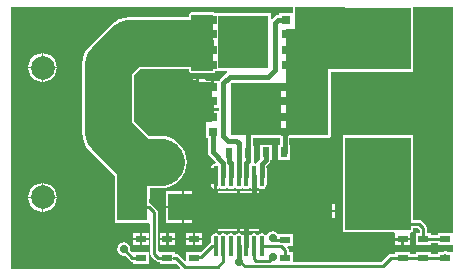
<source format=gtl>
G04*
G04 #@! TF.GenerationSoftware,Altium Limited,Altium Designer,20.0.12 (288)*
G04*
G04 Layer_Physical_Order=1*
G04 Layer_Color=255*
%FSLAX44Y44*%
%MOMM*%
G71*
G01*
G75*
%ADD13O,0.4200X1.7800*%
%ADD14R,3.1000X3.0000*%
%ADD15R,0.9000X0.6000*%
%ADD16R,0.6000X0.9000*%
%ADD17R,0.8000X0.7000*%
%ADD18R,4.3500X4.5000*%
%ADD19R,5.6000X4.0000*%
%ADD20R,2.5000X2.3000*%
%ADD21R,3.0000X0.8000*%
%ADD34C,0.2540*%
%ADD35C,0.3810*%
%ADD36C,0.3000*%
%ADD37C,4.0000*%
%ADD38C,2.5000*%
%ADD39C,3.0000*%
%ADD40R,4.2000X1.8250*%
%ADD41R,1.4000X1.4500*%
%ADD42R,1.1250X6.9750*%
%ADD43R,11.9750X3.0750*%
%ADD44R,8.7250X3.4250*%
%ADD45R,5.6000X5.3000*%
%ADD46R,3.6500X9.0750*%
%ADD47R,1.7950X3.4750*%
%ADD48R,1.8250X4.7250*%
%ADD49C,2.0000*%
%ADD50C,3.2000*%
%ADD51C,0.7000*%
G36*
X969961Y569250D02*
Y565370D01*
X969600Y564250D01*
X957600D01*
Y562981D01*
X957000D01*
X955476Y562678D01*
X954185Y561815D01*
X952120Y559751D01*
X950850Y560277D01*
Y564250D01*
X903987D01*
X903692Y564692D01*
X903030Y565134D01*
X902250Y565289D01*
X884000D01*
X883220Y565134D01*
X882558Y564692D01*
X882116Y564030D01*
X881961Y563250D01*
Y561106D01*
X831000D01*
X831000Y561106D01*
X826687Y560682D01*
X822540Y559424D01*
X818718Y557381D01*
X815368Y554632D01*
X797618Y536882D01*
X794869Y533532D01*
X792826Y529710D01*
X791568Y525563D01*
X791144Y521250D01*
Y508750D01*
Y493750D01*
Y478750D01*
Y463750D01*
X791568Y459437D01*
X792826Y455290D01*
X794869Y451468D01*
X797618Y448118D01*
X818118Y427618D01*
X819125Y426792D01*
Y408000D01*
X819250Y407050D01*
Y387000D01*
X848250D01*
X848916Y386006D01*
Y360750D01*
X849170Y359474D01*
X849893Y358392D01*
X853142Y355143D01*
X854224Y354420D01*
X855500Y354166D01*
X857000D01*
Y352450D01*
X870000D01*
X870000Y352450D01*
Y352450D01*
X871171Y352114D01*
X874466Y348819D01*
X873940Y347549D01*
X731049D01*
Y569951D01*
X969385D01*
X969961Y569250D01*
D02*
G37*
G36*
X1104951Y378050D02*
X1092250D01*
Y376834D01*
X1086750D01*
Y378050D01*
X1083584D01*
Y382250D01*
X1083330Y383526D01*
X1082607Y384608D01*
X1078857Y388358D01*
X1077776Y389080D01*
X1076500Y389334D01*
X1071789D01*
Y434000D01*
X1071750Y434197D01*
Y461250D01*
X1011750D01*
Y434197D01*
X1011711Y434000D01*
Y381000D01*
X1011866Y380220D01*
X1012308Y379558D01*
X1012970Y379116D01*
X1013750Y378961D01*
X1055133D01*
X1056000Y378050D01*
X1056000Y377691D01*
Y374050D01*
X1062500D01*
X1069000D01*
X1069000Y377971D01*
X1069389Y378485D01*
X1069829Y378977D01*
X1070530Y379116D01*
X1071192Y379558D01*
X1071634Y380220D01*
X1071789Y381000D01*
Y382666D01*
X1075119D01*
X1076916Y380869D01*
Y378050D01*
X1073750D01*
Y368050D01*
X1086750D01*
Y370166D01*
X1092250D01*
Y368050D01*
X1104951D01*
Y362450D01*
X1100520D01*
X1100026Y362780D01*
X1098750Y363034D01*
X1097474Y362780D01*
X1096980Y362450D01*
X1092250D01*
Y360834D01*
X1086750D01*
Y362450D01*
X1073750D01*
Y360834D01*
X1069000D01*
Y362450D01*
X1056000D01*
Y360834D01*
X1052750D01*
X1051474Y360580D01*
X1050393Y359857D01*
X1044369Y353834D01*
X969500D01*
Y362200D01*
X966084D01*
Y364000D01*
X965830Y365276D01*
X965107Y366357D01*
X964838Y366627D01*
X965324Y367800D01*
X969500D01*
Y377800D01*
X956743D01*
X956465Y378215D01*
X954646Y379431D01*
X952500Y379858D01*
X950354Y379431D01*
X948535Y378215D01*
X947680Y376936D01*
X946217Y376847D01*
X946211Y376849D01*
X946206Y376856D01*
X944850Y377762D01*
X943250Y378080D01*
X941650Y377762D01*
X940294Y376856D01*
X939706D01*
X938350Y377762D01*
X936750Y378080D01*
X935150Y377762D01*
X933794Y376856D01*
X933206D01*
X931850Y377762D01*
X931250Y377881D01*
Y367100D01*
X929250D01*
Y377881D01*
X928650Y377762D01*
X927294Y376856D01*
X926706D01*
X925350Y377762D01*
X923750Y378080D01*
X922150Y377762D01*
X920794Y376856D01*
X920206D01*
X918850Y377762D01*
X917250Y378080D01*
X915650Y377762D01*
X914294Y376856D01*
X913706D01*
X912350Y377762D01*
X910750Y378080D01*
X909150Y377762D01*
X907794Y376856D01*
X907206D01*
X905850Y377762D01*
X904250Y378080D01*
X902650Y377762D01*
X901294Y376856D01*
X900388Y375500D01*
X900070Y373900D01*
Y370177D01*
X898992Y369458D01*
X891985Y362450D01*
X879500D01*
Y355011D01*
X878230Y354485D01*
X873118Y359598D01*
X872036Y360320D01*
X870760Y360574D01*
X870000D01*
Y362450D01*
X857000D01*
Y362450D01*
X856854Y362397D01*
X855584Y363284D01*
Y395750D01*
X855330Y397026D01*
X854607Y398107D01*
X849857Y402858D01*
X848776Y403580D01*
X848250Y403685D01*
Y407049D01*
X848375Y408000D01*
Y416394D01*
X857750D01*
X862063Y416818D01*
X866210Y418076D01*
X870032Y420119D01*
X873382Y422868D01*
X876131Y426218D01*
X878174Y430040D01*
X879432Y434187D01*
X879856Y438500D01*
X879432Y442813D01*
X878174Y446960D01*
X876131Y450782D01*
X873382Y454132D01*
X870032Y456881D01*
X866210Y458924D01*
X862063Y460182D01*
X857750Y460606D01*
X847657D01*
X835356Y472907D01*
Y478750D01*
Y493750D01*
Y508750D01*
Y512093D01*
X840157Y516894D01*
X881961D01*
Y516000D01*
X882116Y515220D01*
X882500Y514645D01*
Y514050D01*
X883551D01*
X884000Y513961D01*
X902250D01*
X903030Y514116D01*
X903692Y514558D01*
X904134Y515220D01*
X904140Y515250D01*
X913670D01*
X914055Y513980D01*
X913435Y513565D01*
X907935Y508065D01*
X907557Y507500D01*
X902700D01*
Y502000D01*
X900700D01*
Y507500D01*
X896273Y507500D01*
X895500Y508450D01*
X894928Y508450D01*
X890000D01*
Y503450D01*
Y498450D01*
X895500Y498450D01*
X895620Y497737D01*
X895700Y496500D01*
Y495250D01*
X895700D01*
Y490750D01*
X901700D01*
Y489750D01*
X902700D01*
Y484250D01*
X906768D01*
Y481750D01*
X902700D01*
Y476250D01*
X901700D01*
Y475250D01*
X895700D01*
Y470750D01*
X895700D01*
Y469500D01*
X895700D01*
Y458500D01*
X897719D01*
Y447050D01*
X898022Y445526D01*
X898885Y444235D01*
X904411Y438709D01*
X904366Y438368D01*
X903911Y437413D01*
X902650Y437162D01*
X901294Y436256D01*
X900388Y434900D01*
X900070Y433300D01*
Y427500D01*
X904250D01*
Y426500D01*
X905250D01*
Y415719D01*
X905850Y415838D01*
X907206Y416744D01*
X907794D01*
X909150Y415838D01*
X910750Y415520D01*
X912350Y415838D01*
X913706Y416744D01*
X914294D01*
X915650Y415838D01*
X917250Y415520D01*
X918850Y415838D01*
X920206Y416744D01*
X920794D01*
X922150Y415838D01*
X923750Y415520D01*
X925350Y415838D01*
X926706Y416744D01*
X927294D01*
X928650Y415838D01*
X930250Y415520D01*
X931850Y415838D01*
X933206Y416744D01*
X933794D01*
X935150Y415838D01*
X935750Y415719D01*
Y426500D01*
X937750D01*
Y415719D01*
X938350Y415838D01*
X939706Y416744D01*
X940294D01*
X941650Y415838D01*
X943250Y415520D01*
X944850Y415838D01*
X946206Y416744D01*
X947112Y418100D01*
X947430Y419700D01*
Y433300D01*
X947232Y434300D01*
Y435101D01*
X949515Y437385D01*
X950378Y438676D01*
X950682Y440200D01*
Y440250D01*
X951700D01*
Y453250D01*
X941700D01*
Y440831D01*
X940435Y439565D01*
X939572Y438274D01*
X939501Y437920D01*
X938774Y437441D01*
X938067Y437218D01*
X936750Y437480D01*
X936374Y437980D01*
X936600Y439250D01*
X936600D01*
Y452250D01*
X935582D01*
Y458500D01*
X958643D01*
Y453250D01*
X957300D01*
Y440250D01*
X967300D01*
Y453250D01*
X966607D01*
Y458461D01*
X999500D01*
X1000280Y458616D01*
X1000942Y459058D01*
X1001384Y459720D01*
X1001539Y460500D01*
Y514961D01*
X1069750D01*
X1070530Y515116D01*
X1071192Y515558D01*
X1071634Y516220D01*
X1071789Y517000D01*
Y551250D01*
X1071750Y551447D01*
Y569951D01*
X1104951D01*
Y378050D01*
D02*
G37*
%LPC*%
G36*
X758500Y530505D02*
Y519250D01*
X769755D01*
X769441Y521633D01*
X768232Y524552D01*
X766309Y527058D01*
X763802Y528982D01*
X760883Y530191D01*
X758500Y530505D01*
D02*
G37*
G36*
X757000D02*
X754617Y530191D01*
X751698Y528982D01*
X749192Y527058D01*
X747268Y524552D01*
X746059Y521633D01*
X745745Y519250D01*
X757000D01*
Y530505D01*
D02*
G37*
G36*
Y517750D02*
X745745D01*
X746059Y515367D01*
X747268Y512448D01*
X749192Y509941D01*
X751698Y508018D01*
X754617Y506809D01*
X757000Y506495D01*
Y517750D01*
D02*
G37*
G36*
X769755D02*
X758500D01*
Y506495D01*
X760883Y506809D01*
X763802Y508018D01*
X766309Y509941D01*
X768232Y512448D01*
X769441Y515367D01*
X769755Y517750D01*
D02*
G37*
G36*
X758500Y420505D02*
Y409250D01*
X769755D01*
X769441Y411633D01*
X768232Y414552D01*
X766309Y417058D01*
X763802Y418982D01*
X760883Y420191D01*
X758500Y420505D01*
D02*
G37*
G36*
X757000D02*
X754617Y420191D01*
X751698Y418982D01*
X749192Y417058D01*
X747268Y414552D01*
X746059Y411633D01*
X745745Y409250D01*
X757000D01*
Y420505D01*
D02*
G37*
G36*
Y407750D02*
X745745D01*
X746059Y405367D01*
X747268Y402448D01*
X749192Y399941D01*
X751698Y398018D01*
X754617Y396809D01*
X757000Y396495D01*
Y407750D01*
D02*
G37*
G36*
X769755D02*
X758500D01*
Y396495D01*
X760883Y396809D01*
X763802Y398018D01*
X766309Y399941D01*
X768232Y402448D01*
X769441Y405367D01*
X769755Y407750D01*
D02*
G37*
G36*
X847500Y378050D02*
X842000D01*
Y374050D01*
X847500D01*
Y378050D01*
D02*
G37*
G36*
X840000D02*
X834500D01*
Y374050D01*
X840000D01*
Y378050D01*
D02*
G37*
G36*
X847500Y372050D02*
X842000D01*
Y368050D01*
X847500D01*
Y372050D01*
D02*
G37*
G36*
X840000D02*
X834500D01*
Y368050D01*
X840000D01*
Y372050D01*
D02*
G37*
G36*
X826500Y370358D02*
X824354Y369931D01*
X822535Y368715D01*
X821319Y366896D01*
X820892Y364750D01*
X821319Y362604D01*
X822535Y360785D01*
X824354Y359569D01*
X826500Y359142D01*
X827245Y359290D01*
X831393Y355143D01*
X832474Y354420D01*
X833750Y354166D01*
X834500D01*
Y352450D01*
X847500D01*
Y362450D01*
X834500D01*
Y362450D01*
X833803Y362161D01*
X831960Y364005D01*
X832108Y364750D01*
X831681Y366896D01*
X830465Y368715D01*
X828646Y369931D01*
X826500Y370358D01*
D02*
G37*
G36*
X888000Y508450D02*
X882500D01*
Y504450D01*
X888000D01*
Y508450D01*
D02*
G37*
G36*
Y502450D02*
X882500D01*
Y498450D01*
X888000D01*
Y502450D01*
D02*
G37*
G36*
X858500Y506513D02*
Y489250D01*
X875763D01*
X875490Y492029D01*
X874460Y495422D01*
X872789Y498549D01*
X870539Y501289D01*
X867799Y503539D01*
X864672Y505210D01*
X861279Y506240D01*
X858500Y506513D01*
D02*
G37*
G36*
X857000D02*
X854221Y506240D01*
X850828Y505210D01*
X847701Y503539D01*
X844960Y501289D01*
X842711Y498549D01*
X841040Y495422D01*
X840011Y492029D01*
X839737Y489250D01*
X857000D01*
Y506513D01*
D02*
G37*
G36*
X900700Y488750D02*
X895700D01*
Y484250D01*
X900700D01*
Y488750D01*
D02*
G37*
G36*
Y481750D02*
X895700D01*
Y477250D01*
X900700D01*
Y481750D01*
D02*
G37*
G36*
X857000Y487750D02*
X839737D01*
X840011Y484971D01*
X841040Y481578D01*
X842711Y478451D01*
X844960Y475710D01*
X847701Y473461D01*
X850828Y471790D01*
X854221Y470760D01*
X857000Y470487D01*
Y487750D01*
D02*
G37*
G36*
X875763D02*
X858500D01*
Y470487D01*
X861279Y470760D01*
X864672Y471790D01*
X867799Y473461D01*
X870539Y475710D01*
X872789Y478451D01*
X874460Y481578D01*
X875490Y484971D01*
X875763Y487750D01*
D02*
G37*
G36*
X903250Y425500D02*
X900070D01*
Y419700D01*
X900388Y418100D01*
X901294Y416744D01*
X902650Y415838D01*
X903250Y415719D01*
Y425500D01*
D02*
G37*
G36*
X891250Y414000D02*
X877750D01*
Y401500D01*
X891250D01*
Y414000D01*
D02*
G37*
G36*
X875750D02*
X862250D01*
Y401500D01*
X875750D01*
Y414000D01*
D02*
G37*
G36*
X1005250Y403000D02*
X989250D01*
Y398000D01*
X1005250D01*
Y403000D01*
D02*
G37*
G36*
X987250D02*
X971250D01*
Y398000D01*
X987250D01*
Y403000D01*
D02*
G37*
G36*
X941250Y413800D02*
X924750D01*
Y397800D01*
X941250D01*
Y413800D01*
D02*
G37*
G36*
X922750D02*
X906250D01*
Y397800D01*
X922750D01*
Y413800D01*
D02*
G37*
G36*
X1005250Y396000D02*
X989250D01*
Y391000D01*
X1005250D01*
Y396000D01*
D02*
G37*
G36*
X987250D02*
X971250D01*
Y391000D01*
X987250D01*
Y396000D01*
D02*
G37*
G36*
X891250Y399500D02*
X877750D01*
Y387000D01*
X891250D01*
Y399500D01*
D02*
G37*
G36*
X875750D02*
X862250D01*
Y387000D01*
X875750D01*
Y399500D01*
D02*
G37*
G36*
X941250Y395800D02*
X924750D01*
Y379800D01*
X941250D01*
Y395800D01*
D02*
G37*
G36*
X922750D02*
X906250D01*
Y379800D01*
X922750D01*
Y395800D01*
D02*
G37*
G36*
X892500Y378050D02*
X887000D01*
Y374050D01*
X892500D01*
Y378050D01*
D02*
G37*
G36*
X885000D02*
X879500D01*
Y374050D01*
X885000D01*
Y378050D01*
D02*
G37*
G36*
X870000D02*
X864500D01*
Y374050D01*
X870000D01*
Y378050D01*
D02*
G37*
G36*
X862500D02*
X857000D01*
Y374050D01*
X862500D01*
Y378050D01*
D02*
G37*
G36*
X1069000Y372050D02*
X1063500D01*
Y368050D01*
X1069000D01*
Y372050D01*
D02*
G37*
G36*
X1061500D02*
X1056000D01*
Y368050D01*
X1061500D01*
Y372050D01*
D02*
G37*
G36*
X892500Y372050D02*
X887000D01*
Y368050D01*
X892500D01*
Y372050D01*
D02*
G37*
G36*
X885000D02*
X879500D01*
Y368050D01*
X885000D01*
Y372050D01*
D02*
G37*
G36*
X870000Y372050D02*
X864500D01*
Y368050D01*
X870000D01*
Y372050D01*
D02*
G37*
G36*
X862500D02*
X857000D01*
Y368050D01*
X862500D01*
Y372050D01*
D02*
G37*
%LPD*%
D13*
X904250Y367100D02*
D03*
X910750D02*
D03*
X917250D02*
D03*
X923750D02*
D03*
X930250D02*
D03*
X936750D02*
D03*
X943250D02*
D03*
X904250Y426500D02*
D03*
X910750D02*
D03*
X917250D02*
D03*
X923750D02*
D03*
X930250D02*
D03*
X936750D02*
D03*
X943250D02*
D03*
D14*
X923750Y396800D02*
D03*
D15*
X963000Y357200D02*
D03*
Y372800D02*
D03*
X1080250Y357450D02*
D03*
Y373050D02*
D03*
X1062500D02*
D03*
Y357450D02*
D03*
X886000Y373050D02*
D03*
Y357450D02*
D03*
X841000D02*
D03*
Y373050D02*
D03*
X889000Y519050D02*
D03*
Y503450D02*
D03*
X1098750Y373050D02*
D03*
Y357450D02*
D03*
X863500Y373050D02*
D03*
Y357450D02*
D03*
D16*
X946700Y446750D02*
D03*
X962300D02*
D03*
X916000Y445750D02*
D03*
X931600D02*
D03*
D17*
X901700Y502000D02*
D03*
Y489750D02*
D03*
Y476250D02*
D03*
Y464000D02*
D03*
X962950D02*
D03*
Y476250D02*
D03*
Y489750D02*
D03*
Y502000D02*
D03*
X963600Y520750D02*
D03*
Y533000D02*
D03*
Y546500D02*
D03*
Y558750D02*
D03*
X902350D02*
D03*
Y546500D02*
D03*
Y533000D02*
D03*
Y520750D02*
D03*
D18*
X938200Y483000D02*
D03*
X927100Y539750D02*
D03*
D19*
X1041750Y549250D02*
D03*
Y439250D02*
D03*
D20*
X876750Y400500D02*
D03*
X833750D02*
D03*
D21*
X1039304Y397000D02*
D03*
X988250D02*
D03*
D34*
X1096550Y357500D02*
X1098750Y359700D01*
X1052750Y357500D02*
X1096550D01*
X1045750Y350500D02*
X1052750Y357500D01*
X928978Y350500D02*
X1045750D01*
X833750Y357500D02*
X841250D01*
X949500Y354750D02*
X952500Y357750D01*
X938250Y354750D02*
X949500D01*
X936750Y356250D02*
X938250Y354750D01*
X954000Y372750D02*
X960700D01*
X952500Y374250D02*
X954000Y372750D01*
X962750Y359250D02*
X964250Y357750D01*
X959650Y367100D02*
X962750Y364000D01*
Y359250D02*
Y364000D01*
X1001250Y373250D02*
X1060450D01*
X996250Y378250D02*
X1001250Y373250D01*
X1080250Y375300D02*
X1082050Y373500D01*
X1096700D01*
X826500Y364750D02*
X833750Y357500D01*
X901350Y367100D02*
X904250D01*
X892250Y358000D02*
X901350Y367100D01*
X889500Y358000D02*
X892250D01*
X878000Y350000D02*
X906000D01*
X870760Y357240D02*
X878000Y350000D01*
X867760Y357240D02*
X870760D01*
X855500Y357500D02*
X860570D01*
X852250Y360750D02*
X855500Y357500D01*
X852250Y360750D02*
Y395750D01*
X906000Y350000D02*
X910750Y354750D01*
X996250Y378250D02*
Y388000D01*
X994250Y390000D02*
X996250Y388000D01*
X1066250Y386000D02*
X1076500D01*
X1065750Y386500D02*
X1066250Y386000D01*
X1076500D02*
X1080250Y382250D01*
Y375300D02*
Y382250D01*
X847500Y400500D02*
X852250Y395750D01*
X833750Y400500D02*
X847500D01*
X925228Y354250D02*
X928978Y350500D01*
X923750Y354250D02*
X925228D01*
X943250Y367100D02*
X959650D01*
X936750Y356250D02*
Y367100D01*
X910750Y354750D02*
Y367100D01*
D35*
X933100Y406150D02*
X936750Y409800D01*
X930250Y367100D02*
Y390300D01*
X852250Y433000D02*
X857750Y438500D01*
X923750Y354250D02*
Y367100D01*
Y396800D02*
X924125Y397175D01*
X886000Y524250D02*
X893000Y531250D01*
X930250Y367100D02*
X930325Y367025D01*
X936750Y409800D02*
Y426500D01*
X914500Y456500D02*
X921500D01*
X910750Y460250D02*
X914500Y456500D01*
X921500D02*
X923750Y454250D01*
X931600Y465914D02*
X932547Y466860D01*
X931600Y445750D02*
Y465914D01*
X932000Y439000D02*
Y445350D01*
X931600Y445750D02*
X932000Y445350D01*
X930325Y437325D02*
X932000Y439000D01*
X930325Y426575D02*
Y437325D01*
X930250Y426500D02*
X930325Y426575D01*
X916000Y438750D02*
Y445750D01*
Y438750D02*
X917175Y437575D01*
Y426575D02*
Y437575D01*
Y426575D02*
X917250Y426500D01*
X957000Y559000D02*
X963350D01*
X963600Y558750D01*
X954500Y556500D02*
X957000Y559000D01*
X954500Y516250D02*
Y556500D01*
X949000Y510750D02*
X954500Y516250D01*
X916250Y510750D02*
X949000D01*
X910750Y505250D02*
X916250Y510750D01*
X910750Y460250D02*
Y505250D01*
X923750Y426500D02*
Y454250D01*
X910750Y426500D02*
Y438000D01*
X901700Y447050D02*
X910750Y438000D01*
X901700Y447050D02*
Y464000D01*
X946700Y440200D02*
Y446750D01*
X943250Y436750D02*
X946700Y440200D01*
X943250Y426500D02*
Y436750D01*
X962300Y446750D02*
X962625Y447075D01*
Y463675D01*
X962950Y464000D01*
X917250Y426500D02*
X917325Y426575D01*
X946450Y447000D02*
X946700Y446750D01*
D36*
X924125Y397175D02*
X930250Y391050D01*
X922438Y395563D02*
X922812Y395187D01*
D37*
X857750Y488883D02*
X881250D01*
X859250Y539000D02*
X882750D01*
X844250D02*
X859250D01*
X831000D02*
X844250D01*
X813250Y521250D02*
X831000Y539000D01*
X813250Y508750D02*
Y521250D01*
Y493750D02*
Y508750D01*
X838500Y438500D02*
X857750D01*
X813250Y463750D02*
X833750Y443250D01*
X813250Y463750D02*
Y463750D01*
Y478750D01*
Y493750D01*
X925350Y541500D02*
X927100Y539750D01*
D38*
X833750Y408000D02*
Y443250D01*
D39*
X856250Y488500D02*
X856633Y488883D01*
D40*
X993000Y560125D02*
D03*
D41*
X897000Y426500D02*
D03*
D42*
X889375Y439875D02*
D03*
D43*
X943625Y397125D02*
D03*
D44*
X1026125Y534125D02*
D03*
D45*
X1041750Y407500D02*
D03*
D46*
X981250Y505875D02*
D03*
D47*
X892725Y489375D02*
D03*
D48*
X893125Y539625D02*
D03*
D49*
X757750Y518500D02*
D03*
Y408500D02*
D03*
D50*
X857750Y438500D02*
D03*
Y488500D02*
D03*
D51*
X952500Y357750D02*
D03*
X1085500Y465125D02*
D03*
Y519375D02*
D03*
X1051750Y489000D02*
D03*
X990000Y442750D02*
D03*
X757000Y551250D02*
D03*
X783750Y430250D02*
D03*
X795750Y405500D02*
D03*
X757500Y445250D02*
D03*
X757250Y475500D02*
D03*
X1085500Y438000D02*
D03*
Y546500D02*
D03*
Y492250D02*
D03*
X1016750Y488000D02*
D03*
X952500Y374250D02*
D03*
X826500Y364750D02*
D03*
X923750Y354250D02*
D03*
X842250Y456000D02*
D03*
X821750Y451750D02*
D03*
X834500Y445250D02*
D03*
X821250Y437750D02*
D03*
X808250Y448500D02*
D03*
X826500Y551750D02*
D03*
X831000Y539000D02*
D03*
X813750Y538250D02*
D03*
X844250Y524500D02*
D03*
X874250D02*
D03*
X859250D02*
D03*
X874250Y539500D02*
D03*
X859250D02*
D03*
X844250Y554500D02*
D03*
X874250D02*
D03*
X859250D02*
D03*
X844250Y539500D02*
D03*
X798250Y463750D02*
D03*
X828250D02*
D03*
X813250D02*
D03*
X798250Y523750D02*
D03*
Y493750D02*
D03*
X813250Y523750D02*
D03*
X828250D02*
D03*
X813250Y508750D02*
D03*
X828250D02*
D03*
X798250D02*
D03*
X813250Y493750D02*
D03*
X828250D02*
D03*
X813250Y478750D02*
D03*
X828250D02*
D03*
X798250D02*
D03*
X832250Y429750D02*
D03*
Y414750D02*
D03*
X874000Y399750D02*
D03*
X832250D02*
D03*
X994250Y390000D02*
D03*
X979250Y405000D02*
D03*
X964250D02*
D03*
X949250D02*
D03*
X904250D02*
D03*
X919250D02*
D03*
X934250D02*
D03*
X889250Y390000D02*
D03*
X1019000Y453000D02*
D03*
X1034000D02*
D03*
X1064000D02*
D03*
Y438000D02*
D03*
X1019000Y423000D02*
D03*
X1049000D02*
D03*
X1064000D02*
D03*
X1034000Y408000D02*
D03*
X934250Y390000D02*
D03*
X919250D02*
D03*
X904250D02*
D03*
X949250D02*
D03*
X964250D02*
D03*
X979250D02*
D03*
X994250Y405000D02*
D03*
X889250D02*
D03*
X1034000Y438000D02*
D03*
X1019000D02*
D03*
X1049000Y453000D02*
D03*
Y438000D02*
D03*
Y408000D02*
D03*
X1064000D02*
D03*
X1019000D02*
D03*
X1034000Y423000D02*
D03*
X927250Y524500D02*
D03*
X942250Y554500D02*
D03*
X927250D02*
D03*
X889000Y555750D02*
D03*
Y540750D02*
D03*
X912250Y554500D02*
D03*
X889250Y435000D02*
D03*
Y450000D02*
D03*
X942250Y524500D02*
D03*
X912250Y539500D02*
D03*
Y524500D02*
D03*
X889250Y480000D02*
D03*
Y420000D02*
D03*
Y465000D02*
D03*
X942250Y539500D02*
D03*
X927250D02*
D03*
X973000Y544000D02*
D03*
X988000Y484000D02*
D03*
Y469000D02*
D03*
Y514000D02*
D03*
Y499000D02*
D03*
X1048000Y529000D02*
D03*
X1003000D02*
D03*
X988000D02*
D03*
X1048000Y559000D02*
D03*
X1063000Y544000D02*
D03*
X1033000D02*
D03*
X1018000D02*
D03*
X1048000D02*
D03*
X1063000Y559000D02*
D03*
X1033000D02*
D03*
X973000Y514000D02*
D03*
Y499000D02*
D03*
X1018000Y529000D02*
D03*
X1033000D02*
D03*
X1063000D02*
D03*
X1003000Y544000D02*
D03*
X1018000Y559000D02*
D03*
X988000Y544000D02*
D03*
X973000Y529000D02*
D03*
Y484000D02*
D03*
Y469000D02*
D03*
X1003000Y559000D02*
D03*
X988000D02*
D03*
X922250Y497500D02*
D03*
X937250D02*
D03*
X952250D02*
D03*
Y482500D02*
D03*
X937250D02*
D03*
X922250D02*
D03*
Y467500D02*
D03*
X937250D02*
D03*
X952250D02*
D03*
M02*

</source>
